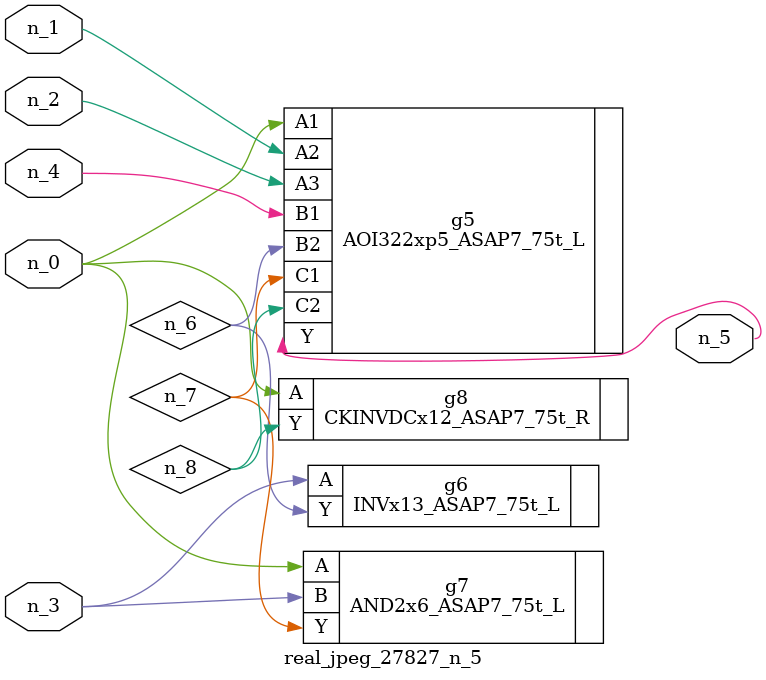
<source format=v>
module real_jpeg_27827_n_5 (n_4, n_0, n_1, n_2, n_3, n_5);

input n_4;
input n_0;
input n_1;
input n_2;
input n_3;

output n_5;

wire n_8;
wire n_6;
wire n_7;

AOI322xp5_ASAP7_75t_L g5 ( 
.A1(n_0),
.A2(n_1),
.A3(n_2),
.B1(n_4),
.B2(n_6),
.C1(n_7),
.C2(n_8),
.Y(n_5)
);

AND2x6_ASAP7_75t_L g7 ( 
.A(n_0),
.B(n_3),
.Y(n_7)
);

CKINVDCx12_ASAP7_75t_R g8 ( 
.A(n_0),
.Y(n_8)
);

INVx13_ASAP7_75t_L g6 ( 
.A(n_3),
.Y(n_6)
);


endmodule
</source>
